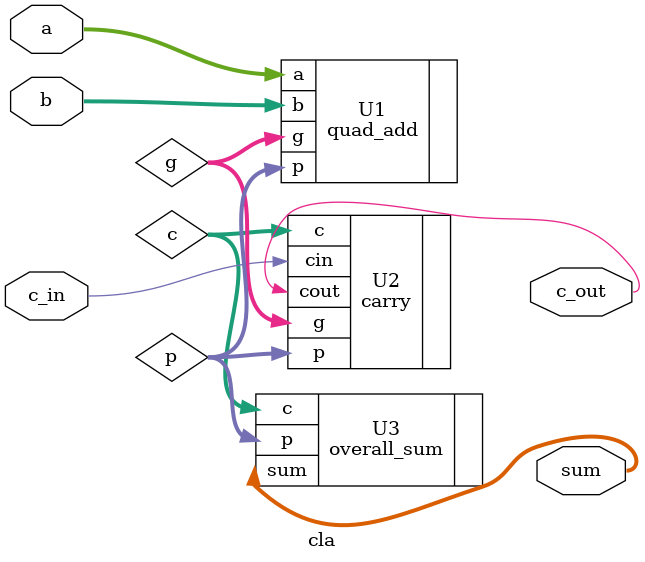
<source format=v>
`timescale 1ns / 1ps


module cla(input [3:0] a, input [3:0] b, input c_in, output c_out, output [3:0] sum );

wire [3:0] p;
wire [3:0] g;
wire [3:0] c;
quad_add U1 (.a(a), .b(b), .p(p), .g(g));
carry    U2 (.cin(c_in), .p(p), .g(g), .c(c), .cout(c_out));
overall_sum U3 (.c(c), .p(p), .sum(sum));
endmodule


</source>
